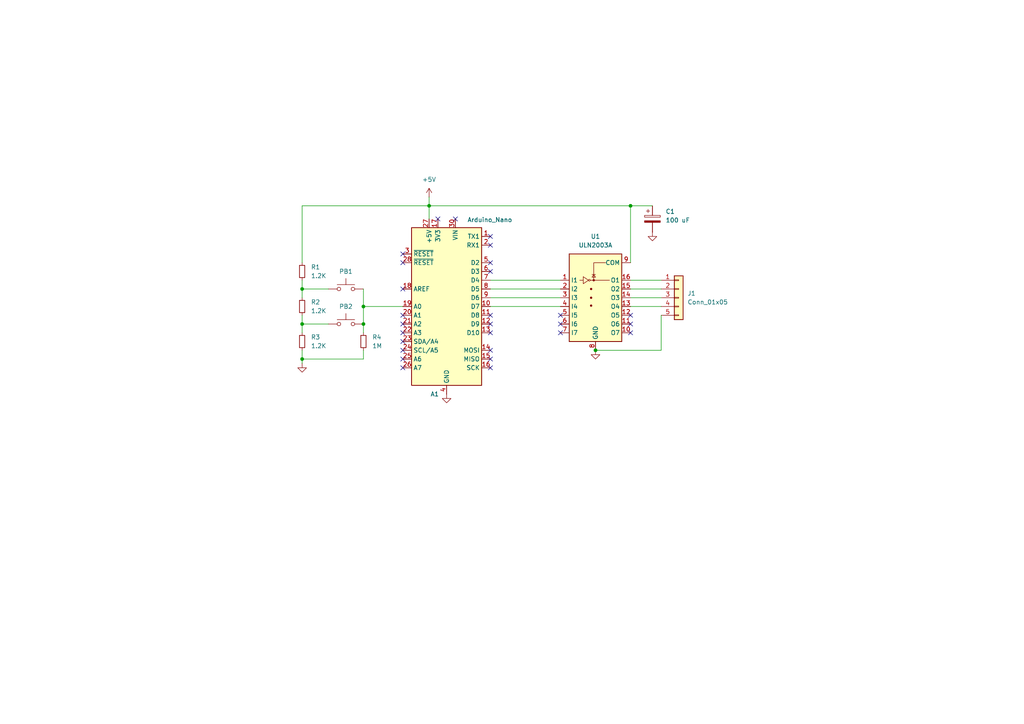
<source format=kicad_sch>
(kicad_sch (version 20231120) (generator "eeschema") (generator_version "8.0")
  (paper "A4")
  (lib_symbols
    (symbol "Connector_Generic:Conn_01x05" (pin_names (offset 1.016) hide)
      (property "Reference" "J" (at 0 7.62 0))
      (property "Value" "Conn_01x05" (at 0 -7.62 0))
      (symbol "Conn_01x05_1_1"
        (rectangle (start -1.27 -4.953) (end 0 -5.207) (stroke (width 0.1524)))
        (rectangle (start -1.27 -2.413) (end 0 -2.667) (stroke (width 0.1524)))
        (rectangle (start -1.27 0.127) (end 0 -0.127) (stroke (width 0.1524)))
        (rectangle (start -1.27 2.667) (end 0 2.413) (stroke (width 0.1524)))
        (rectangle (start -1.27 5.207) (end 0 4.953) (stroke (width 0.1524)))
        (rectangle (start -1.27 6.35) (end 1.27 -6.35) (stroke (width 0.254)) (fill (type background)))
        (pin passive line (at -5.08 5.08 0) (length 3.81) (name "Pin_1") (number "1"))
        (pin passive line (at -5.08 2.54 0) (length 3.81) (name "Pin_2") (number "2"))
        (pin passive line (at -5.08 0 0) (length 3.81) (name "Pin_3") (number "3"))
        (pin passive line (at -5.08 -2.54 0) (length 3.81) (name "Pin_4") (number "4"))
        (pin passive line (at -5.08 -5.08 0) (length 3.81) (name "Pin_5") (number "5"))
      )
    )
    (symbol "Device:C_Polarized" (pin_numbers hide) (pin_names (offset 0.254))
      (property "Reference" "C" (at 0.635 2.54 0))
      (property "Value" "C_Polarized" (at 0.635 -2.54 0))
      (symbol "C_Polarized_0_1"
        (rectangle (start -2.286 0.508) (end 2.286 1.016))
        (polyline (pts (xy -1.778 2.286) (xy -0.762 2.286)))
        (polyline (pts (xy -1.27 2.794) (xy -1.27 1.778)))
        (rectangle (start 2.286 -0.508) (end -2.286 -1.016) (fill (type outline)))
      )
      (symbol "C_Polarized_1_1"
        (pin passive line (at 0 3.81 270) (length 2.794) (name "~") (number "1"))
        (pin passive line (at 0 -3.81 90) (length 2.794) (name "~") (number "2"))
      )
    )
    (symbol "Device:R_Small" (pin_numbers hide) (pin_names (offset 0.254) hide)
      (property "Reference" "R" (at 0.762 0.508 0))
      (property "Value" "R_Small" (at 0.762 -1.016 0))
      (symbol "R_Small_0_1"
        (rectangle (start -0.762 1.778) (end 0.762 -1.778) (stroke (width 0.2032)))
      )
      (symbol "R_Small_1_1"
        (pin passive line (at 0 2.54 270) (length 0.762) (name "~") (number "1"))
        (pin passive line (at 0 -2.54 90) (length 0.762) (name "~") (number "2"))
      )
    )
    (symbol "MCU_Module:Arduino_Nano_Every"
      (property "Reference" "A" (at -10.16 23.495 0))
      (property "Value" "Arduino_Nano_Every" (at 5.08 -24.13 0))
      (symbol "Arduino_Nano_Every_0_1"
        (rectangle (start -10.16 22.86) (end 10.16 -22.86) (stroke (width 0.254)) (fill (type background)))
      )
      (symbol "Arduino_Nano_Every_1_1"
        (pin bidirectional line (at -12.7 20.32 0) (length 2.54) (name "TX1") (number "1"))
        (pin bidirectional line (at -12.7 0 0) (length 2.54) (name "D7") (number "10"))
        (pin bidirectional line (at -12.7 -2.54 0) (length 2.54) (name "D8") (number "11"))
        (pin bidirectional line (at -12.7 -5.08 0) (length 2.54) (name "D9") (number "12"))
        (pin bidirectional line (at -12.7 -7.62 0) (length 2.54) (name "D10") (number "13"))
        (pin bidirectional line (at -12.7 -12.7 0) (length 2.54) (name "MOSI") (number "14"))
        (pin bidirectional line (at -12.7 -15.24 0) (length 2.54) (name "MISO") (number "15"))
        (pin bidirectional line (at -12.7 -17.78 0) (length 2.54) (name "SCK") (number "16"))
        (pin power_out line (at 2.54 25.4 270) (length 2.54) (name "3V3") (number "17"))
        (pin input line (at 12.7 5.08 180) (length 2.54) (name "AREF") (number "18"))
        (pin bidirectional line (at 12.7 0 180) (length 2.54) (name "A0") (number "19"))
        (pin bidirectional line (at -12.7 17.78 0) (length 2.54) (name "RX1") (number "2"))
        (pin bidirectional line (at 12.7 -2.54 180) (length 2.54) (name "A1") (number "20"))
        (pin bidirectional line (at 12.7 -5.08 180) (length 2.54) (name "A2") (number "21"))
        (pin bidirectional line (at 12.7 -7.62 180) (length 2.54) (name "A3") (number "22"))
        (pin bidirectional line (at 12.7 -10.16 180) (length 2.54) (name "SDA/A4") (number "23"))
        (pin bidirectional line (at 12.7 -12.7 180) (length 2.54) (name "SCL/A5") (number "24"))
        (pin bidirectional line (at 12.7 -15.24 180) (length 2.54) (name "A6") (number "25"))
        (pin bidirectional line (at 12.7 -17.78 180) (length 2.54) (name "A7") (number "26"))
        (pin power_out line (at 5.08 25.4 270) (length 2.54) (name "+5V") (number "27"))
        (pin input line (at 12.7 12.7 180) (length 2.54) (name "~{RESET}") (number "28"))
        (pin passive line (at 0 -25.4 90) (length 2.54) hide (name "GND") (number "29"))
        (pin input line (at 12.7 15.24 180) (length 2.54) (name "~{RESET}") (number "3"))
        (pin power_in line (at -2.54 25.4 270) (length 2.54) (name "VIN") (number "30"))
        (pin power_in line (at 0 -25.4 90) (length 2.54) (name "GND") (number "4"))
        (pin bidirectional line (at -12.7 12.7 0) (length 2.54) (name "D2") (number "5"))
        (pin bidirectional line (at -12.7 10.16 0) (length 2.54) (name "D3") (number "6"))
        (pin bidirectional line (at -12.7 7.62 0) (length 2.54) (name "D4") (number "7"))
        (pin bidirectional line (at -12.7 5.08 0) (length 2.54) (name "D5") (number "8"))
        (pin bidirectional line (at -12.7 2.54 0) (length 2.54) (name "D6") (number "9"))
      )
    )
    (symbol "Switch:SW_Push" (pin_numbers hide) (pin_names (offset 1.016) hide)
      (property "Reference" "SW" (at 1.27 2.54 0))
      (property "Value" "SW_Push" (at 0 -1.524 0))
      (symbol "SW_Push_0_1"
        (circle (center -2.032 0) (radius 0.508))
        (polyline (pts (xy 0 1.27) (xy 0 3.048)))
        (polyline (pts (xy 2.54 1.27) (xy -2.54 1.27)))
        (circle (center 2.032 0) (radius 0.508))
        (pin passive line (at -5.08 0 0) (length 2.54) (name "1") (number "1"))
        (pin passive line (at 5.08 0 180) (length 2.54) (name "2") (number "2"))
      )
    )
    (symbol "Transistor_Array:ULN2003A"
      (property "Reference" "U" (at 0 15.875 0))
      (property "Value" "ULN2003A" (at 0 13.97 0))
      (symbol "ULN2003A_0_1"
        (rectangle (start -7.62 -12.7) (end 7.62 12.7) (stroke (width 0.254)) (fill (type background)))
        (circle (center -1.778 5.08) (radius 0.254))
        (circle (center -1.27 -2.286) (radius 0.254) (fill (type outline)))
        (circle (center -1.27 0) (radius 0.254) (fill (type outline)))
        (circle (center -1.27 2.54) (radius 0.254) (fill (type outline)))
        (circle (center -0.508 5.08) (radius 0.254) (fill (type outline)))
        (polyline (pts (xy -4.572 5.08) (xy -3.556 5.08)))
        (polyline (pts (xy -1.524 5.08) (xy 4.064 5.08)))
        (polyline (pts (xy 0 6.731) (xy -1.016 6.731)))
        (polyline (pts (xy -0.508 5.08) (xy -0.508 10.16) (xy 2.921 10.16)))
        (polyline (pts (xy -3.556 6.096) (xy -3.556 4.064) (xy -2.032 5.08) (xy -3.556 6.096)))
        (polyline (pts (xy 0 5.969) (xy -1.016 5.969) (xy -0.508 6.731) (xy 0 5.969)))
      )
      (symbol "ULN2003A_1_1"
        (pin input line (at -10.16 5.08 0) (length 2.54) (name "I1") (number "1"))
        (pin open_collector line (at 10.16 -10.16 180) (length 2.54) (name "O7") (number "10"))
        (pin open_collector line (at 10.16 -7.62 180) (length 2.54) (name "O6") (number "11"))
        (pin open_collector line (at 10.16 -5.08 180) (length 2.54) (name "O5") (number "12"))
        (pin open_collector line (at 10.16 -2.54 180) (length 2.54) (name "O4") (number "13"))
        (pin open_collector line (at 10.16 0 180) (length 2.54) (name "O3") (number "14"))
        (pin open_collector line (at 10.16 2.54 180) (length 2.54) (name "O2") (number "15"))
        (pin open_collector line (at 10.16 5.08 180) (length 2.54) (name "O1") (number "16"))
        (pin input line (at -10.16 2.54 0) (length 2.54) (name "I2") (number "2"))
        (pin input line (at -10.16 0 0) (length 2.54) (name "I3") (number "3"))
        (pin input line (at -10.16 -2.54 0) (length 2.54) (name "I4") (number "4"))
        (pin input line (at -10.16 -5.08 0) (length 2.54) (name "I5") (number "5"))
        (pin input line (at -10.16 -7.62 0) (length 2.54) (name "I6") (number "6"))
        (pin input line (at -10.16 -10.16 0) (length 2.54) (name "I7") (number "7"))
        (pin power_in line (at 0 -15.24 90) (length 2.54) (name "GND") (number "8"))
        (pin passive line (at 10.16 10.16 180) (length 2.54) (name "COM") (number "9"))
      )
    )
    (symbol "power:+5V" (power) (pin_numbers hide) (pin_names (offset 0) hide)
      (property "Value" "+5V" (at 0 3.556 0))
      (symbol "+5V_0_1"
        (polyline (pts (xy -0.762 1.27) (xy 0 2.54)))
        (polyline (pts (xy 0 0) (xy 0 2.54)))
        (polyline (pts (xy 0 2.54) (xy 0.762 1.27)))
      )
      (symbol "+5V_1_1"
        (pin power_in line (at 0 0 90) (length 0) (name "~") (number "1"))
      )
    )
    (symbol "power:GND" (power) (pin_numbers hide) (pin_names (offset 0) hide)
      (property "Value" "GND" (at 0 -3.81 0))
      (symbol "GND_0_1"
        (polyline (pts (xy 0 0) (xy 0 -1.27) (xy 1.27 -1.27) (xy 0 -2.54) (xy -1.27 -1.27) (xy 0 -1.27)))
      )
      (symbol "GND_1_1"
        (pin power_in line (at 0 0 270) (length 0) (name "~") (number "1"))
      )
    )
  )
  (junction (at 87.63 83.82))
  (junction (at 105.41 93.98))
  (junction (at 105.41 88.9))
  (junction (at 172.72 101.6))
  (junction (at 87.63 93.98))
  (junction (at 87.63 104.14))
  (junction (at 182.88 59.69))
  (junction (at 124.46 59.69))
  (no_connect (at 162.56 93.98))
  (no_connect (at 132.08 63.5))
  (no_connect (at 142.24 101.6))
  (no_connect (at 162.56 96.52))
  (no_connect (at 142.24 106.68))
  (no_connect (at 142.24 96.52))
  (no_connect (at 142.24 76.2))
  (no_connect (at 182.88 91.44))
  (no_connect (at 142.24 78.74))
  (no_connect (at 116.84 101.6))
  (no_connect (at 116.84 83.82))
  (no_connect (at 182.88 96.52))
  (no_connect (at 142.24 71.12))
  (no_connect (at 116.84 99.06))
  (no_connect (at 182.88 93.98))
  (no_connect (at 162.56 91.44))
  (no_connect (at 142.24 104.14))
  (no_connect (at 116.84 104.14))
  (no_connect (at 116.84 96.52))
  (no_connect (at 142.24 91.44))
  (no_connect (at 116.84 73.66))
  (no_connect (at 116.84 76.2))
  (no_connect (at 127 63.5))
  (no_connect (at 116.84 106.68))
  (no_connect (at 142.24 93.98))
  (no_connect (at 116.84 91.44))
  (no_connect (at 116.84 93.98))
  (no_connect (at 142.24 68.58))
  (wire (pts (xy 182.88 59.69) (xy 182.88 76.2)))
  (wire (pts (xy 87.63 104.14) (xy 87.63 105.41)))
  (wire (pts (xy 105.41 93.98) (xy 105.41 96.52)))
  (wire (pts (xy 142.24 86.36) (xy 162.56 86.36)))
  (wire (pts (xy 142.24 88.9) (xy 162.56 88.9)))
  (wire (pts (xy 182.88 81.28) (xy 191.77 81.28)))
  (wire (pts (xy 87.63 83.82) (xy 87.63 86.36)))
  (wire (pts (xy 105.41 88.9) (xy 105.41 83.82)))
  (wire (pts (xy 87.63 81.28) (xy 87.63 83.82)))
  (wire (pts (xy 105.41 104.14) (xy 87.63 104.14)))
  (wire (pts (xy 87.63 93.98) (xy 87.63 96.52)))
  (wire (pts (xy 105.41 101.6) (xy 105.41 104.14)))
  (wire (pts (xy 191.77 101.6) (xy 172.72 101.6)))
  (wire (pts (xy 142.24 83.82) (xy 162.56 83.82)))
  (wire (pts (xy 87.63 101.6) (xy 87.63 104.14)))
  (wire (pts (xy 124.46 59.69) (xy 124.46 63.5)))
  (wire (pts (xy 87.63 93.98) (xy 95.25 93.98)))
  (wire (pts (xy 182.88 59.69) (xy 189.23 59.69)))
  (wire (pts (xy 87.63 76.2) (xy 87.63 59.69)))
  (wire (pts (xy 105.41 88.9) (xy 105.41 93.98)))
  (wire (pts (xy 182.88 59.69) (xy 124.46 59.69)))
  (wire (pts (xy 87.63 91.44) (xy 87.63 93.98)))
  (wire (pts (xy 182.88 88.9) (xy 191.77 88.9)))
  (wire (pts (xy 142.24 81.28) (xy 162.56 81.28)))
  (wire (pts (xy 87.63 83.82) (xy 95.25 83.82)))
  (wire (pts (xy 191.77 91.44) (xy 191.77 101.6)))
  (wire (pts (xy 124.46 57.15) (xy 124.46 59.69)))
  (wire (pts (xy 116.84 88.9) (xy 105.41 88.9)))
  (wire (pts (xy 182.88 83.82) (xy 191.77 83.82)))
  (wire (pts (xy 87.63 59.69) (xy 124.46 59.69)))
  (wire (pts (xy 182.88 86.36) (xy 191.77 86.36)))
  (symbol (lib_id "MCU_Module:Arduino_Nano_Every") (at 129.54 88.9 0) (mirror y) (unit 1)
    (property "Reference" "A1" (at 127.3459 114.3 0) (effects (justify left)))
    (property "Value" "Arduino_Nano" (at 148.59 63.754 0) (effects (justify left)))
    (property "Footprint" "Module:Arduino_Nano" (effects (hide yes)))
    (property "Datasheet" "https://content.arduino.cc/assets/NANOEveryV3.0_sch.pdf" (effects (hide yes)))
    (property "Description" "Arduino Nano Every" (effects (hide yes)))
  )
  (symbol (lib_id "power:GND") (at 129.54 114.3 0) (unit 1)
    (property "Reference" "#PWR2" (effects (hide yes)))
    (property "Value" "GND" (effects (hide yes)))
    (property "Description" "Power symbol creates a global label with name \"GND\" , ground" (effects (hide yes)))
  )
  (symbol (lib_id "Device:R_Small") (at 87.63 88.9 0) (unit 1)
    (property "Reference" "R2" (at 90.17 87.6299 0) (effects (justify left)))
    (property "Value" "1.2K" (at 90.17 90.1699 0) (effects (justify left)))
    (property "Footprint" "Resistor_SMD:R_0603_1608Metric" (effects (hide yes)))
    (property "Description" "Resistor, small symbol" (effects (hide yes)))
    (property "LCSC" "C22765" (effects (hide yes)))
  )
  (symbol (lib_id "Device:R_Small") (at 87.63 99.06 0) (unit 1)
    (property "Reference" "R3" (at 90.17 97.7899 0) (effects (justify left)))
    (property "Value" "1.2K" (at 90.17 100.3299 0) (effects (justify left)))
    (property "Footprint" "Resistor_SMD:R_0603_1608Metric" (effects (hide yes)))
    (property "Description" "Resistor, small symbol" (effects (hide yes)))
    (property "LCSC" "C22765" (effects (hide yes)))
  )
  (symbol (lib_id "Switch:SW_Push") (at 100.33 93.98 0) (unit 1)
    (property "Reference" "PB2" (at 100.33 88.9 0))
    (property "Value" "SW_Push" (effects (hide yes)))
    (property "Footprint" "Button_Switch_THT:SW_Tactile_SPST_Angled_PTS645Vx39-2LFS" (effects (hide yes)))
    (property "Description" "Push button switch, generic, two pins" (effects (hide yes)))
  )
  (symbol (lib_id "power:GND") (at 87.63 105.41 0) (unit 1)
    (property "Reference" "#PWR4" (effects (hide yes)))
    (property "Value" "GND" (effects (hide yes)))
    (property "Description" "Power symbol creates a global label with name \"GND\" , ground" (effects (hide yes)))
  )
  (symbol (lib_id "Transistor_Array:ULN2003A") (at 172.72 86.36 0) (unit 1)
    (property "Reference" "U1" (at 172.72 68.58 0))
    (property "Value" "ULN2003A" (at 172.72 71.12 0))
    (property "Footprint" "Package_SO:SOIC-16_3.9x9.9mm_P1.27mm" (effects (hide yes)))
    (property "Datasheet" "http://www.ti.com/lit/ds/symlink/uln2003a.pdf" (effects (hide yes)))
    (property "Description" "High Voltage, High Current Darlington Transistor Arrays, SOIC16/SOIC16W/DIP16/TSSOP16" (effects (hide yes)))
    (property "LCSC" "C7512" (effects (hide yes)))
  )
  (symbol (lib_id "Device:R_Small") (at 105.41 99.06 0) (unit 1)
    (property "Reference" "R4" (at 107.95 97.7899 0) (effects (justify left)))
    (property "Value" "1M" (at 107.95 100.3299 0) (effects (justify left)))
    (property "Footprint" "Resistor_SMD:R_0603_1608Metric" (effects (hide yes)))
    (property "Description" "Resistor, small symbol" (effects (hide yes)))
    (property "LCSC" "C22935" (effects (hide yes)))
  )
  (symbol (lib_id "Connector_Generic:Conn_01x05") (at 196.85 86.36 0) (unit 1)
    (property "Reference" "J1" (at 199.39 85.0899 0) (effects (justify left)))
    (property "Value" "Conn_01x05" (at 199.39 87.6299 0) (effects (justify left)))
    (property "Footprint" "Connector_PinHeader_2.54mm:PinHeader_1x05_P2.54mm_Vertical" (effects (hide yes)))
    (property "Description" "Generic connector, single row, 01x05, script generated (kicad-library-utils/schlib/autogen/connector/)" (effects (hide yes)))
  )
  (symbol (lib_id "Device:C_Polarized") (at 189.23 63.5 0) (unit 1)
    (property "Reference" "C1" (at 193.04 61.3409 0) (effects (justify left)))
    (property "Value" "100 uF" (at 193.04 63.8809 0) (effects (justify left)))
    (property "Footprint" "Capacitor_THT:CP_Radial_D6.3mm_P2.50mm" (effects (hide yes)))
    (property "Description" "Polarized capacitor" (effects (hide yes)))
  )
  (symbol (lib_id "Device:R_Small") (at 87.63 78.74 0) (unit 1)
    (property "Reference" "R1" (at 90.17 77.4699 0) (effects (justify left)))
    (property "Value" "1.2K" (at 90.17 80.0099 0) (effects (justify left)))
    (property "Footprint" "Resistor_SMD:R_0603_1608Metric" (effects (hide yes)))
    (property "Description" "Resistor, small symbol" (effects (hide yes)))
    (property "LCSC" "C22765" (effects (hide yes)))
  )
  (symbol (lib_id "power:GND") (at 189.23 67.31 0) (unit 1)
    (property "Reference" "#PWR1" (effects (hide yes)))
    (property "Value" "GND" (effects (hide yes)))
    (property "Description" "Power symbol creates a global label with name \"GND\" , ground" (effects (hide yes)))
  )
  (symbol (lib_id "Switch:SW_Push") (at 100.33 83.82 0) (unit 1)
    (property "Reference" "PB1" (at 100.33 78.74 0))
    (property "Value" "SW_Push" (effects (hide yes)))
    (property "Footprint" "Button_Switch_THT:SW_Tactile_SPST_Angled_PTS645Vx39-2LFS" (effects (hide yes)))
    (property "Description" "Push button switch, generic, two pins" (effects (hide yes)))
  )
  (symbol (lib_id "power:GND") (at 172.72 101.6 0) (unit 1)
    (property "Reference" "#PWR5" (effects (hide yes)))
    (property "Value" "GND" (effects (hide yes)))
    (property "Description" "Power symbol creates a global label with name \"GND\" , ground" (effects (hide yes)))
  )
  (symbol (lib_id "power:+5V") (at 124.46 57.15 0) (unit 1)
    (property "Reference" "#PWR3" (effects (hide yes)))
    (property "Value" "+5V" (at 124.46 52.07 0))
    (property "Description" "Power symbol creates a global label with name \"+5V\"" (effects (hide yes)))
  )
)
</source>
